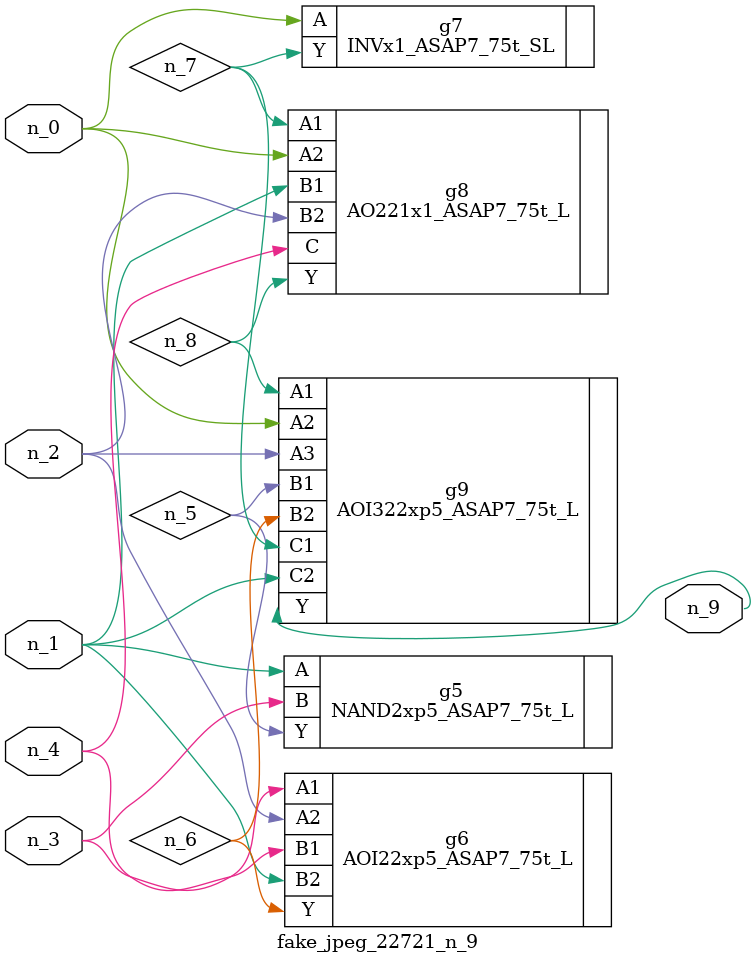
<source format=v>
module fake_jpeg_22721_n_9 (n_3, n_2, n_1, n_0, n_4, n_9);

input n_3;
input n_2;
input n_1;
input n_0;
input n_4;

output n_9;

wire n_8;
wire n_6;
wire n_5;
wire n_7;

NAND2xp5_ASAP7_75t_L g5 ( 
.A(n_1),
.B(n_3),
.Y(n_5)
);

AOI22xp5_ASAP7_75t_L g6 ( 
.A1(n_3),
.A2(n_2),
.B1(n_4),
.B2(n_1),
.Y(n_6)
);

INVx1_ASAP7_75t_SL g7 ( 
.A(n_0),
.Y(n_7)
);

AO221x1_ASAP7_75t_L g8 ( 
.A1(n_7),
.A2(n_0),
.B1(n_1),
.B2(n_2),
.C(n_4),
.Y(n_8)
);

AOI322xp5_ASAP7_75t_L g9 ( 
.A1(n_8),
.A2(n_0),
.A3(n_2),
.B1(n_5),
.B2(n_6),
.C1(n_7),
.C2(n_1),
.Y(n_9)
);


endmodule
</source>
